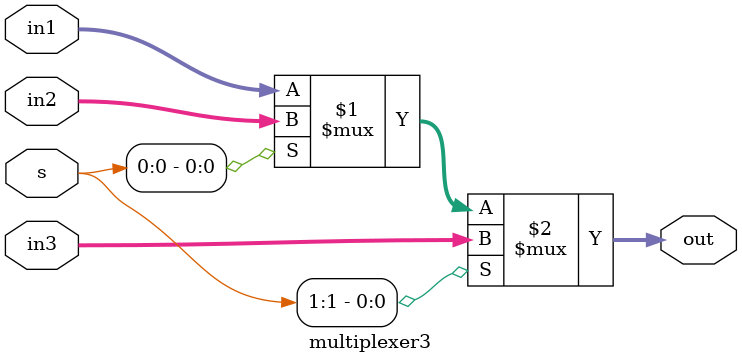
<source format=v>
`timescale 1ps/1ps
module multiplexer3 #(parameter size = 8) (input [size-1:0] in1 , in2 ,in3, input[1:0] s , output [size-1:0] out );
  assign out = s[1] ? in3 : s[0] ? in2 : in1;
endmodule

</source>
